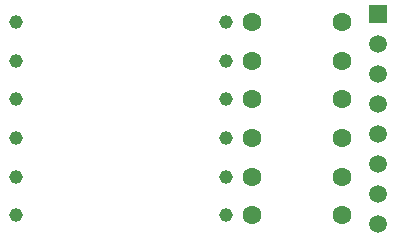
<source format=gbs>
%FSLAX33Y33*%
%MOMM*%
%ADD10C,1.15*%
%ADD11C,1.6*%
%ADD12R,1.5X1.5*%
%ADD13C,1.5*%
D10*
%LNbottom solder mask_traces*%
%LNbottom solder mask component aa053b2b8b44c2a7*%
G01*
X3235Y2920D03*
X21015Y2920D03*
%LNbottom solder mask component 36decfb3b589174a*%
X3235Y19295D03*
X21015Y19295D03*
%LNbottom solder mask component 986be4f80f1d9bf1*%
D11*
X23165Y6198D03*
X30785Y6198D03*
%LNbottom solder mask component 0bb50c3a370a5149*%
D10*
X3235Y6195D03*
X21015Y6195D03*
%LNbottom solder mask component 80dffd5b6eb86aff*%
D12*
X33850Y19940D03*
D13*
X33850Y17400D03*
X33850Y14860D03*
X33850Y12320D03*
X33850Y9780D03*
X33850Y7240D03*
X33850Y4700D03*
X33850Y2160D03*
%LNbottom solder mask component 4f20bd0a8d4d9c9b*%
D11*
X23165Y12751D03*
X30785Y12751D03*
%LNbottom solder mask component c320a72a683a2ea0*%
D10*
X3235Y12745D03*
X21015Y12745D03*
%LNbottom solder mask component 15e11586f61a9aeb*%
X3235Y16020D03*
X21015Y16020D03*
%LNbottom solder mask component 8a836d5557ec19b0*%
D11*
X23165Y2921D03*
X30785Y2921D03*
%LNbottom solder mask component 865dd7107b8a0880*%
D10*
X3235Y9450D03*
X21015Y9450D03*
%LNbottom solder mask component fb8cf3b87e344d74*%
D11*
X23165Y19304D03*
X30785Y19304D03*
%LNbottom solder mask component 0cc1bf44659db686*%
X23165Y9474D03*
X30785Y9474D03*
%LNbottom solder mask component 7225d21d50f4679b*%
X23165Y16027D03*
X30785Y16027D03*
M02*
</source>
